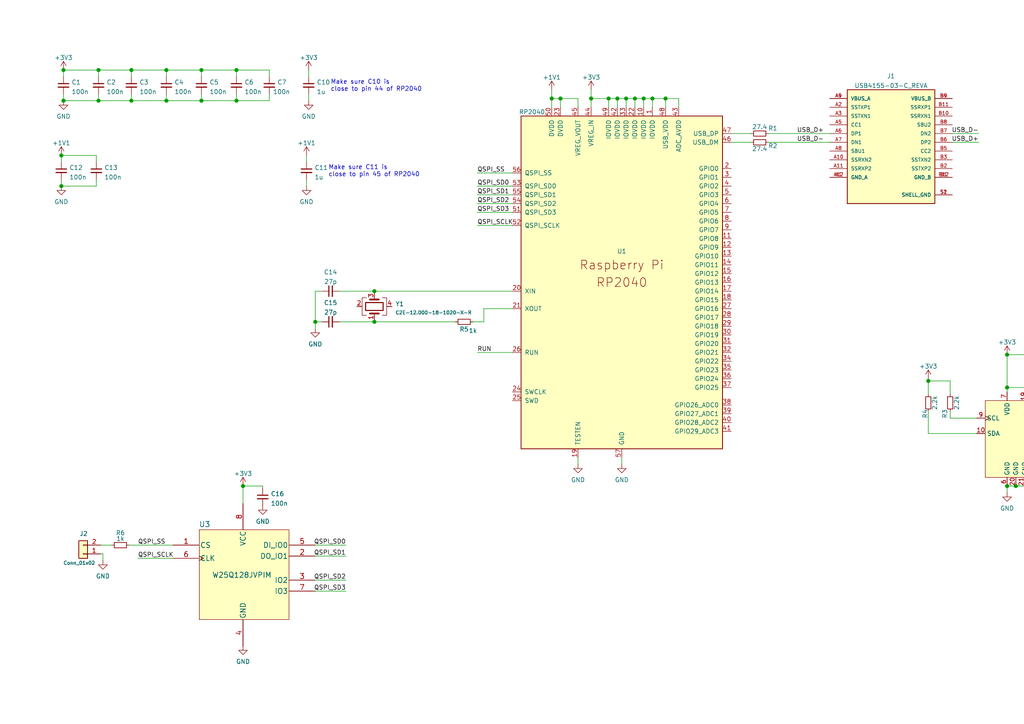
<source format=kicad_sch>
(kicad_sch (version 20210621) (generator eeschema)
  (paper "A4")
  (lib_symbols
    (symbol "Connector_Generic:Conn_01x02" (pin_names (offset 1.016) hide)
      (property "Reference" "J" (at 0 2.54 0))
      (property "Value" "Conn_01x02" (at 0 -5.08 0))
      (symbol "Conn_01x02_1_1"
        (rectangle (start -1.27 -2.413) (end 0 -2.667) (stroke (width 0.1524)))
        (rectangle (start -1.27 0.127) (end 0 -0.127) (stroke (width 0.1524)))
        (rectangle (start -1.27 1.27) (end 1.27 -3.81) (stroke (width 0.254)) (fill (type background)))
        (pin passive line (at -5.08 0 0) (length 3.81) (name "Pin_1") (number "1"))
        (pin passive line (at -5.08 -2.54 0) (length 3.81) (name "Pin_2") (number "2"))
      )
    )
    (symbol "Device:C_Small" (pin_numbers hide) (pin_names (offset 0.254) hide)
      (property "Reference" "C" (at 0.254 1.778 0))
      (property "Value" "C_Small" (at 0.254 -2.032 0))
      (symbol "C_Small_0_1"
        (polyline (pts (xy -1.524 -0.508) (xy 1.524 -0.508)) (stroke (width 0.3302)))
        (polyline (pts (xy -1.524 0.508) (xy 1.524 0.508)) (stroke (width 0.3048)))
      )
      (symbol "C_Small_1_1"
        (pin passive line (at 0 2.54 270) (length 2.032) (name "~") (number "1"))
        (pin passive line (at 0 -2.54 90) (length 2.032) (name "~") (number "2"))
      )
    )
    (symbol "Device:Crystal_GND24" (pin_names (offset 1.016) hide)
      (property "Reference" "Y" (at 3.175 5.08 0))
      (property "Value" "Crystal_GND24" (at 3.175 3.175 0))
      (symbol "Crystal_GND24_0_1"
        (rectangle (start -1.143 2.54) (end 1.143 -2.54) (stroke (width 0.3048)))
        (polyline (pts (xy -2.54 0) (xy -2.032 0)))
        (polyline (pts (xy -2.032 -1.27) (xy -2.032 1.27)) (stroke (width 0.508)))
        (polyline (pts (xy 0 -3.81) (xy 0 -3.556)))
        (polyline (pts (xy 0 3.556) (xy 0 3.81)))
        (polyline (pts (xy 2.032 -1.27) (xy 2.032 1.27)) (stroke (width 0.508)))
        (polyline (pts (xy 2.032 0) (xy 2.54 0)))
        (polyline (pts (xy -2.54 -2.286) (xy -2.54 -3.556) (xy 2.54 -3.556) (xy 2.54 -2.286)))
        (polyline (pts (xy -2.54 2.286) (xy -2.54 3.556) (xy 2.54 3.556) (xy 2.54 2.286)))
      )
      (symbol "Crystal_GND24_1_1"
        (pin passive line (at -3.81 0 0) (length 1.27) (name "1") (number "1"))
        (pin passive line (at 0 5.08 270) (length 1.27) (name "2") (number "2"))
        (pin passive line (at 3.81 0 180) (length 1.27) (name "3") (number "3"))
        (pin passive line (at 0 -5.08 90) (length 1.27) (name "4") (number "4"))
      )
    )
    (symbol "Device:R_Small" (pin_numbers hide) (pin_names (offset 0.254) hide)
      (property "Reference" "R" (at 0.762 0.508 0))
      (property "Value" "R_Small" (at 0.762 -1.016 0))
      (symbol "R_Small_0_1"
        (rectangle (start -0.762 1.778) (end 0.762 -1.778) (stroke (width 0.2032)))
      )
      (symbol "R_Small_1_1"
        (pin passive line (at 0 2.54 270) (length 0.762) (name "~") (number "1"))
        (pin passive line (at 0 -2.54 90) (length 0.762) (name "~") (number "2"))
      )
    )
    (symbol "MCU_RaspberryPi_and_Boards:RP2040" (pin_names (offset 1.016))
      (property "Reference" "U" (at -29.21 49.53 0))
      (property "Value" "RP2040" (at 24.13 -49.53 0))
      (symbol "RP2040_0_0"
        (text "Raspberry Pi" (at 0 5.08 0) (effects (font (size 2.54 2.54))))
        (text "RP2040" (at 0 0 0) (effects (font (size 2.54 2.54))))
      )
      (symbol "RP2040_0_1"
        (rectangle (start 29.21 48.26) (end -29.21 -48.26) (stroke (width 0.254)) (fill (type background)))
      )
      (symbol "RP2040_1_1"
        (pin power_in line (at 8.89 50.8 270) (length 2.54) (name "IOVDD") (number "1"))
        (pin power_in line (at 6.35 50.8 270) (length 2.54) (name "IOVDD") (number "10"))
        (pin bidirectional line (at 31.75 12.7 180) (length 2.54) (name "GPIO8") (number "11"))
        (pin bidirectional line (at 31.75 10.16 180) (length 2.54) (name "GPIO9") (number "12"))
        (pin bidirectional line (at 31.75 7.62 180) (length 2.54) (name "GPIO10") (number "13"))
        (pin bidirectional line (at 31.75 5.08 180) (length 2.54) (name "GPIO11") (number "14"))
        (pin bidirectional line (at 31.75 2.54 180) (length 2.54) (name "GPIO12") (number "15"))
        (pin bidirectional line (at 31.75 0 180) (length 2.54) (name "GPIO13") (number "16"))
        (pin bidirectional line (at 31.75 -2.54 180) (length 2.54) (name "GPIO14") (number "17"))
        (pin bidirectional line (at 31.75 -5.08 180) (length 2.54) (name "GPIO15") (number "18"))
        (pin passive line (at -12.7 -50.8 90) (length 2.54) (name "TESTEN") (number "19"))
        (pin bidirectional line (at 31.75 33.02 180) (length 2.54) (name "GPIO0") (number "2"))
        (pin input line (at -31.75 -2.54 0) (length 2.54) (name "XIN") (number "20"))
        (pin passive line (at -31.75 -7.62 0) (length 2.54) (name "XOUT") (number "21"))
        (pin power_in line (at 3.81 50.8 270) (length 2.54) (name "IOVDD") (number "22"))
        (pin power_in line (at -17.78 50.8 270) (length 2.54) (name "DVDD") (number "23"))
        (pin output line (at -31.75 -31.75 0) (length 2.54) (name "SWCLK") (number "24"))
        (pin bidirectional line (at -31.75 -34.29 0) (length 2.54) (name "SWD") (number "25"))
        (pin input line (at -31.75 -20.32 0) (length 2.54) (name "RUN") (number "26"))
        (pin bidirectional line (at 31.75 -7.62 180) (length 2.54) (name "GPIO16") (number "27"))
        (pin bidirectional line (at 31.75 -10.16 180) (length 2.54) (name "GPIO17") (number "28"))
        (pin bidirectional line (at 31.75 -12.7 180) (length 2.54) (name "GPIO18") (number "29"))
        (pin bidirectional line (at 31.75 30.48 180) (length 2.54) (name "GPIO1") (number "3"))
        (pin bidirectional line (at 31.75 -15.24 180) (length 2.54) (name "GPIO19") (number "30"))
        (pin bidirectional line (at 31.75 -17.78 180) (length 2.54) (name "GPIO20") (number "31"))
        (pin bidirectional line (at 31.75 -20.32 180) (length 2.54) (name "GPIO21") (number "32"))
        (pin power_in line (at 1.27 50.8 270) (length 2.54) (name "IOVDD") (number "33"))
        (pin bidirectional line (at 31.75 -22.86 180) (length 2.54) (name "GPIO22") (number "34"))
        (pin bidirectional line (at 31.75 -25.4 180) (length 2.54) (name "GPIO23") (number "35"))
        (pin bidirectional line (at 31.75 -27.94 180) (length 2.54) (name "GPIO24") (number "36"))
        (pin bidirectional line (at 31.75 -30.48 180) (length 2.54) (name "GPIO25") (number "37"))
        (pin bidirectional line (at 31.75 -35.56 180) (length 2.54) (name "GPIO26_ADC0") (number "38"))
        (pin bidirectional line (at 31.75 -38.1 180) (length 2.54) (name "GPIO27_ADC1") (number "39"))
        (pin bidirectional line (at 31.75 27.94 180) (length 2.54) (name "GPIO2") (number "4"))
        (pin bidirectional line (at 31.75 -40.64 180) (length 2.54) (name "GPIO28_ADC2") (number "40"))
        (pin bidirectional line (at 31.75 -43.18 180) (length 2.54) (name "GPIO29_ADC3") (number "41"))
        (pin power_in line (at -1.27 50.8 270) (length 2.54) (name "IOVDD") (number "42"))
        (pin power_in line (at 16.51 50.8 270) (length 2.54) (name "ADC_AVDD") (number "43"))
        (pin power_in line (at -8.89 50.8 270) (length 2.54) (name "VREG_IN") (number "44"))
        (pin power_out line (at -12.7 50.8 270) (length 2.54) (name "VREG_VOUT") (number "45"))
        (pin bidirectional line (at 31.75 40.64 180) (length 2.54) (name "USB_DM") (number "46"))
        (pin bidirectional line (at 31.75 43.18 180) (length 2.54) (name "USB_DP") (number "47"))
        (pin power_in line (at 12.7 50.8 270) (length 2.54) (name "USB_VDD") (number "48"))
        (pin power_in line (at -3.81 50.8 270) (length 2.54) (name "IOVDD") (number "49"))
        (pin bidirectional line (at 31.75 25.4 180) (length 2.54) (name "GPIO3") (number "5"))
        (pin power_in line (at -20.32 50.8 270) (length 2.54) (name "DVDD") (number "50"))
        (pin bidirectional line (at -31.75 20.32 0) (length 2.54) (name "QSPI_SD3") (number "51"))
        (pin output line (at -31.75 16.51 0) (length 2.54) (name "QSPI_SCLK") (number "52"))
        (pin bidirectional line (at -31.75 27.94 0) (length 2.54) (name "QSPI_SD0") (number "53"))
        (pin bidirectional line (at -31.75 22.86 0) (length 2.54) (name "QSPI_SD2") (number "54"))
        (pin bidirectional line (at -31.75 25.4 0) (length 2.54) (name "QSPI_SD1") (number "55"))
        (pin bidirectional line (at -31.75 31.75 0) (length 2.54) (name "QSPI_SS") (number "56"))
        (pin power_in line (at 0 -50.8 90) (length 2.54) (name "GND") (number "57"))
        (pin bidirectional line (at 31.75 22.86 180) (length 2.54) (name "GPIO4") (number "6"))
        (pin bidirectional line (at 31.75 20.32 180) (length 2.54) (name "GPIO5") (number "7"))
        (pin bidirectional line (at 31.75 17.78 180) (length 2.54) (name "GPIO6") (number "8"))
        (pin bidirectional line (at 31.75 15.24 180) (length 2.54) (name "GPIO7") (number "9"))
      )
    )
    (symbol "SCD4x:SCD4x"
      (property "Reference" "U" (at 0 2.54 0))
      (property "Value" "SCD4x" (at 0 -0.635 0))
      (symbol "SCD4x_0_1"
        (rectangle (start 8.89 -10.16) (end 8.89 -10.16) (stroke (width 0.1524)))
        (rectangle (start -8.89 12.065) (end 8.89 -10.16) (stroke (width 0.1524)) (fill (type background)))
      )
      (symbol "SCD4x_1_1"
        (pin bidirectional line (at -11.43 2.54 0) (length 2.54) (name "SDA") (number "10"))
        (pin power_in line (at 3.175 14.605 270) (length 2.54) (name "VDDH") (number "19"))
        (pin power_in line (at 0 -12.7 90) (length 2.54) (name "GND") (number "20"))
        (pin power_in line (at 2.54 -12.7 90) (length 2.54) (name "GND") (number "21"))
        (pin power_in line (at -2.54 -12.7 90) (length 2.54) (name "GND") (number "6"))
        (pin power_in line (at -2.54 14.605 270) (length 2.54) (name "VDD") (number "7"))
        (pin input clock (at -11.43 6.985 0) (length 2.54) (name "SCL") (number "9"))
      )
    )
    (symbol "USB4155-03-C_REVA:USB4155-03-C_REVA" (pin_names (offset 1.016))
      (property "Reference" "J" (at -12.7 16.002 0))
      (property "Value" "USB4155-03-C_REVA" (at -12.7 -18.542 0))
      (symbol "USB4155-03-C_REVA_0_0"
        (rectangle (start -12.7 -17.78) (end 12.7 15.24) (stroke (width 0.254)) (fill (type background)))
        (pin power_in line (at -17.78 -10.16 0) (length 5.08) (name "GND_A") (number "A1"))
        (pin bidirectional line (at -17.78 -5.08 0) (length 5.08) (name "SSRXN2") (number "A10"))
        (pin bidirectional line (at -17.78 -7.62 0) (length 5.08) (name "SSRXP2") (number "A11"))
        (pin power_in line (at -17.78 -10.16 0) (length 5.08) (name "GND_A") (number "A12"))
        (pin bidirectional line (at -17.78 10.16 0) (length 5.08) (name "SSTXP1") (number "A2"))
        (pin bidirectional line (at -17.78 7.62 0) (length 5.08) (name "SSTXN1") (number "A3"))
        (pin power_in line (at -17.78 12.7 0) (length 5.08) (name "VBUS_A") (number "A4"))
        (pin bidirectional line (at -17.78 5.08 0) (length 5.08) (name "CC1") (number "A5"))
        (pin bidirectional line (at -17.78 2.54 0) (length 5.08) (name "DP1") (number "A6"))
        (pin bidirectional line (at -17.78 0 0) (length 5.08) (name "DN1") (number "A7"))
        (pin bidirectional line (at -17.78 -2.54 0) (length 5.08) (name "SBU1") (number "A8"))
        (pin power_in line (at -17.78 12.7 0) (length 5.08) (name "VBUS_A") (number "A9"))
        (pin power_in line (at 17.78 -10.16 180) (length 5.08) (name "GND_B") (number "B1"))
        (pin bidirectional line (at 17.78 7.62 180) (length 5.08) (name "SSRXN1") (number "B10"))
        (pin bidirectional line (at 17.78 10.16 180) (length 5.08) (name "SSRXP1") (number "B11"))
        (pin power_in line (at 17.78 -10.16 180) (length 5.08) (name "GND_B") (number "B12"))
        (pin bidirectional line (at 17.78 -7.62 180) (length 5.08) (name "SSTXP2") (number "B2"))
        (pin bidirectional line (at 17.78 -5.08 180) (length 5.08) (name "SSTXN2") (number "B3"))
        (pin power_in line (at 17.78 12.7 180) (length 5.08) (name "VBUS_B") (number "B4"))
        (pin bidirectional line (at 17.78 -2.54 180) (length 5.08) (name "CC2") (number "B5"))
        (pin bidirectional line (at 17.78 0 180) (length 5.08) (name "DP2") (number "B6"))
        (pin bidirectional line (at 17.78 2.54 180) (length 5.08) (name "DN2") (number "B7"))
        (pin bidirectional line (at 17.78 5.08 180) (length 5.08) (name "SBU2") (number "B8"))
        (pin power_in line (at 17.78 12.7 180) (length 5.08) (name "VBUS_B") (number "B9"))
        (pin power_in line (at 17.78 -15.24 180) (length 5.08) (name "SHELL_GND") (number "S1"))
        (pin power_in line (at 17.78 -15.24 180) (length 5.08) (name "SHELL_GND") (number "S2"))
      )
    )
    (symbol "W25Q128:W25Q128JVPIM" (pin_names (offset 0.254))
      (property "Reference" "U" (at -17.78 22.86 0))
      (property "Value" "W25Q128JVPIM" (at -17.78 20.32 0))
      (symbol "W25Q128JVPIM_1_1"
        (rectangle (start -12.7 12.7) (end 13.335 -13.335) (stroke (width 0.1524)) (fill (type background)))
        (pin input line (at -20.32 8.255 0) (length 7.62) (name "CS") (number "1"))
        (pin bidirectional line (at 20.955 5.08 180) (length 7.62) (name "DO_IO1") (number "2"))
        (pin bidirectional line (at 20.955 -1.905 180) (length 7.62) (name "IO2") (number "3"))
        (pin power_in line (at 0 -20.955 90) (length 7.62) (name "GND") (number "4"))
        (pin bidirectional line (at 20.955 8.255 180) (length 7.62) (name "DI_IO0") (number "5"))
        (pin input clock (at -20.32 4.445 0) (length 7.62) (name "CLK") (number "6"))
        (pin bidirectional line (at 20.955 -5.08 180) (length 7.62) (name "IO3") (number "7"))
        (pin power_in line (at 0 20.32 270) (length 7.62) (name "VCC") (number "8"))
      )
    )
    (symbol "power:+1V1" (power) (pin_names (offset 0))
      (property "Value" "+1V1" (at 0 3.556 0))
      (symbol "+1V1_0_1"
        (polyline (pts (xy -0.762 1.27) (xy 0 2.54)))
        (polyline (pts (xy 0 0) (xy 0 2.54)))
        (polyline (pts (xy 0 2.54) (xy 0.762 1.27)))
      )
      (symbol "+1V1_1_1"
        (pin power_in line (at 0 0 90) (length 0) hide (name "+1V1") (number "1"))
      )
    )
    (symbol "power:+3V3" (power) (pin_names (offset 0))
      (property "Value" "+3V3" (at 0 3.556 0))
      (symbol "+3V3_0_1"
        (polyline (pts (xy -0.762 1.27) (xy 0 2.54)))
        (polyline (pts (xy 0 0) (xy 0 2.54)))
        (polyline (pts (xy 0 2.54) (xy 0.762 1.27)))
      )
      (symbol "+3V3_1_1"
        (pin power_in line (at 0 0 90) (length 0) hide (name "+3V3") (number "1"))
      )
    )
    (symbol "power:GND" (power) (pin_names (offset 0))
      (property "Value" "GND" (at 0 -3.81 0))
      (symbol "GND_0_1"
        (polyline (pts (xy 0 0) (xy 0 -1.27) (xy 1.27 -1.27) (xy 0 -2.54) (xy -1.27 -1.27) (xy 0 -1.27)))
      )
      (symbol "GND_1_1"
        (pin power_in line (at 0 0 270) (length 0) hide (name "GND") (number "1"))
      )
    )
  )
  (junction (at 17.78 45.085) (diameter 1.016))
  (junction (at 17.78 53.975) (diameter 1.016))
  (junction (at 18.415 20.32) (diameter 1.016))
  (junction (at 18.415 29.21) (diameter 1.016))
  (junction (at 28.575 20.32) (diameter 1.016))
  (junction (at 28.575 29.21) (diameter 1.016))
  (junction (at 38.1 20.32) (diameter 1.016))
  (junction (at 38.1 29.21) (diameter 1.016))
  (junction (at 48.26 20.32) (diameter 1.016))
  (junction (at 48.26 29.21) (diameter 1.016))
  (junction (at 58.42 20.32) (diameter 1.016))
  (junction (at 58.42 29.21) (diameter 1.016))
  (junction (at 68.58 20.32) (diameter 1.016))
  (junction (at 68.58 29.21) (diameter 1.016))
  (junction (at 70.485 140.97) (diameter 1.016))
  (junction (at 91.44 93.345) (diameter 1.016))
  (junction (at 108.585 84.455) (diameter 1.016))
  (junction (at 108.585 93.345) (diameter 1.016))
  (junction (at 160.02 28.575) (diameter 1.016))
  (junction (at 162.56 28.575) (diameter 1.016))
  (junction (at 171.45 28.575) (diameter 1.016))
  (junction (at 176.53 28.575) (diameter 1.016))
  (junction (at 179.07 28.575) (diameter 1.016))
  (junction (at 181.61 28.575) (diameter 1.016))
  (junction (at 184.15 28.575) (diameter 1.016))
  (junction (at 186.69 28.575) (diameter 1.016))
  (junction (at 189.23 28.575) (diameter 1.016))
  (junction (at 193.04 28.575) (diameter 1.016))
  (junction (at 269.24 110.49) (diameter 1.016))
  (junction (at 292.1 102.87) (diameter 1.016))
  (junction (at 292.1 112.395) (diameter 1.016))
  (junction (at 292.1 140.97) (diameter 1.016))
  (junction (at 294.64 140.97) (diameter 1.016))
  (junction (at 301.625 102.87) (diameter 1.016))
  (junction (at 301.625 107.95) (diameter 1.016))
  (wire (pts (xy 17.78 45.085) (xy 27.94 45.085)))
  (wire (pts (xy 17.78 46.99) (xy 17.78 45.085)))
  (wire (pts (xy 17.78 52.07) (xy 17.78 53.975)))
  (wire (pts (xy 17.78 53.975) (xy 27.94 53.975)))
  (wire (pts (xy 18.415 20.32) (xy 28.575 20.32)))
  (wire (pts (xy 18.415 22.225) (xy 18.415 20.32)))
  (wire (pts (xy 18.415 27.305) (xy 18.415 29.21)))
  (wire (pts (xy 18.415 29.21) (xy 28.575 29.21)))
  (wire (pts (xy 27.94 45.085) (xy 27.94 46.99)))
  (wire (pts (xy 27.94 53.975) (xy 27.94 52.07)))
  (wire (pts (xy 28.575 20.32) (xy 28.575 22.225)))
  (wire (pts (xy 28.575 20.32) (xy 38.1 20.32)))
  (wire (pts (xy 28.575 29.21) (xy 28.575 27.305)))
  (wire (pts (xy 28.575 29.21) (xy 38.1 29.21)))
  (wire (pts (xy 29.21 158.115) (xy 32.385 158.115)))
  (wire (pts (xy 29.21 160.655) (xy 29.845 160.655)))
  (wire (pts (xy 29.845 162.56) (xy 29.845 160.655)))
  (wire (pts (xy 37.465 158.115) (xy 50.165 158.115)))
  (wire (pts (xy 38.1 20.32) (xy 48.26 20.32)))
  (wire (pts (xy 38.1 22.225) (xy 38.1 20.32)))
  (wire (pts (xy 38.1 27.305) (xy 38.1 29.21)))
  (wire (pts (xy 38.1 29.21) (xy 48.26 29.21)))
  (wire (pts (xy 48.26 20.32) (xy 48.26 22.225)))
  (wire (pts (xy 48.26 20.32) (xy 58.42 20.32)))
  (wire (pts (xy 48.26 29.21) (xy 48.26 27.305)))
  (wire (pts (xy 48.26 29.21) (xy 58.42 29.21)))
  (wire (pts (xy 50.165 161.925) (xy 40.005 161.925)))
  (wire (pts (xy 58.42 20.32) (xy 68.58 20.32)))
  (wire (pts (xy 58.42 22.225) (xy 58.42 20.32)))
  (wire (pts (xy 58.42 27.305) (xy 58.42 29.21)))
  (wire (pts (xy 58.42 29.21) (xy 68.58 29.21)))
  (wire (pts (xy 68.58 20.32) (xy 68.58 22.225)))
  (wire (pts (xy 68.58 20.32) (xy 78.105 20.32)))
  (wire (pts (xy 68.58 29.21) (xy 68.58 27.305)))
  (wire (pts (xy 68.58 29.21) (xy 78.105 29.21)))
  (wire (pts (xy 70.485 140.97) (xy 70.485 146.05)))
  (wire (pts (xy 76.2 140.97) (xy 70.485 140.97)))
  (wire (pts (xy 76.2 141.605) (xy 76.2 140.97)))
  (wire (pts (xy 78.105 22.225) (xy 78.105 20.32)))
  (wire (pts (xy 78.105 27.305) (xy 78.105 29.21)))
  (wire (pts (xy 88.9 46.99) (xy 88.9 45.085)))
  (wire (pts (xy 88.9 52.07) (xy 88.9 53.975)))
  (wire (pts (xy 89.535 22.225) (xy 89.535 20.32)))
  (wire (pts (xy 89.535 27.305) (xy 89.535 29.21)))
  (wire (pts (xy 91.44 84.455) (xy 91.44 93.345)))
  (wire (pts (xy 91.44 93.345) (xy 91.44 95.25)))
  (wire (pts (xy 91.44 93.345) (xy 93.345 93.345)))
  (wire (pts (xy 91.44 158.115) (xy 100.33 158.115)))
  (wire (pts (xy 91.44 161.29) (xy 100.33 161.29)))
  (wire (pts (xy 91.44 168.275) (xy 100.33 168.275)))
  (wire (pts (xy 91.44 171.45) (xy 100.33 171.45)))
  (wire (pts (xy 93.345 84.455) (xy 91.44 84.455)))
  (wire (pts (xy 98.425 84.455) (xy 108.585 84.455)))
  (wire (pts (xy 98.425 93.345) (xy 108.585 93.345)))
  (wire (pts (xy 108.585 84.455) (xy 108.585 85.09)))
  (wire (pts (xy 108.585 84.455) (xy 148.59 84.455)))
  (wire (pts (xy 108.585 92.71) (xy 108.585 93.345)))
  (wire (pts (xy 108.585 93.345) (xy 132.08 93.345)))
  (wire (pts (xy 137.16 93.345) (xy 140.335 93.345)))
  (wire (pts (xy 138.43 53.975) (xy 148.59 53.975)))
  (wire (pts (xy 138.43 56.515) (xy 148.59 56.515)))
  (wire (pts (xy 138.43 59.055) (xy 148.59 59.055)))
  (wire (pts (xy 138.43 61.595) (xy 148.59 61.595)))
  (wire (pts (xy 140.335 89.535) (xy 148.59 89.535)))
  (wire (pts (xy 140.335 93.345) (xy 140.335 89.535)))
  (wire (pts (xy 148.59 50.165) (xy 138.43 50.165)))
  (wire (pts (xy 148.59 65.405) (xy 138.43 65.405)))
  (wire (pts (xy 148.59 102.235) (xy 138.43 102.235)))
  (wire (pts (xy 160.02 26.035) (xy 160.02 28.575)))
  (wire (pts (xy 160.02 28.575) (xy 160.02 31.115)))
  (wire (pts (xy 162.56 28.575) (xy 160.02 28.575)))
  (wire (pts (xy 162.56 28.575) (xy 162.56 31.115)))
  (wire (pts (xy 167.64 28.575) (xy 162.56 28.575)))
  (wire (pts (xy 167.64 31.115) (xy 167.64 28.575)))
  (wire (pts (xy 167.64 132.715) (xy 167.64 134.62)))
  (wire (pts (xy 171.45 26.035) (xy 171.45 28.575)))
  (wire (pts (xy 171.45 28.575) (xy 176.53 28.575)))
  (wire (pts (xy 171.45 31.115) (xy 171.45 28.575)))
  (wire (pts (xy 176.53 28.575) (xy 176.53 31.115)))
  (wire (pts (xy 176.53 28.575) (xy 179.07 28.575)))
  (wire (pts (xy 179.07 28.575) (xy 179.07 31.115)))
  (wire (pts (xy 179.07 28.575) (xy 181.61 28.575)))
  (wire (pts (xy 180.34 132.715) (xy 180.34 134.62)))
  (wire (pts (xy 181.61 28.575) (xy 181.61 31.115)))
  (wire (pts (xy 181.61 28.575) (xy 184.15 28.575)))
  (wire (pts (xy 184.15 28.575) (xy 184.15 31.115)))
  (wire (pts (xy 184.15 28.575) (xy 186.69 28.575)))
  (wire (pts (xy 186.69 28.575) (xy 186.69 31.115)))
  (wire (pts (xy 186.69 28.575) (xy 189.23 28.575)))
  (wire (pts (xy 189.23 28.575) (xy 189.23 31.115)))
  (wire (pts (xy 189.23 28.575) (xy 193.04 28.575)))
  (wire (pts (xy 193.04 28.575) (xy 193.04 31.115)))
  (wire (pts (xy 193.04 28.575) (xy 196.85 28.575)))
  (wire (pts (xy 196.85 28.575) (xy 196.85 31.115)))
  (wire (pts (xy 212.09 38.735) (xy 217.805 38.735)))
  (wire (pts (xy 212.09 41.275) (xy 217.805 41.275)))
  (wire (pts (xy 222.885 38.735) (xy 240.665 38.735)))
  (wire (pts (xy 222.885 41.275) (xy 240.665 41.275)))
  (wire (pts (xy 269.24 110.49) (xy 269.24 109.855)))
  (wire (pts (xy 269.24 110.49) (xy 269.24 114.3)))
  (wire (pts (xy 269.24 119.38) (xy 269.24 125.73)))
  (wire (pts (xy 269.24 125.73) (xy 283.21 125.73)))
  (wire (pts (xy 275.59 110.49) (xy 269.24 110.49)))
  (wire (pts (xy 275.59 110.49) (xy 275.59 114.3)))
  (wire (pts (xy 275.59 119.38) (xy 275.59 121.285)))
  (wire (pts (xy 276.225 38.735) (xy 283.845 38.735)))
  (wire (pts (xy 276.225 41.275) (xy 283.845 41.275)))
  (wire (pts (xy 283.21 121.285) (xy 275.59 121.285)))
  (wire (pts (xy 292.1 102.87) (xy 292.1 112.395)))
  (wire (pts (xy 292.1 102.87) (xy 301.625 102.87)))
  (wire (pts (xy 292.1 112.395) (xy 292.1 113.665)))
  (wire (pts (xy 292.1 112.395) (xy 297.815 112.395)))
  (wire (pts (xy 292.1 140.97) (xy 292.1 142.875)))
  (wire (pts (xy 292.1 140.97) (xy 294.64 140.97)))
  (wire (pts (xy 294.64 140.97) (xy 297.18 140.97)))
  (wire (pts (xy 297.815 113.665) (xy 297.815 112.395)))
  (wire (pts (xy 301.625 102.87) (xy 312.42 102.87)))
  (wire (pts (xy 301.625 107.95) (xy 301.625 109.22)))
  (wire (pts (xy 301.625 107.95) (xy 312.42 107.95)))
  (text "Make sure C11 is \nclose to pin 45 of RP2040" (at 95.25 51.435 0) (effects (font (size 1.27 1.27)) (justify left bottom)))
  (text "Make sure C10 is \nclose to pin 44 of RP2040" (at 95.885 26.67 0) (effects (font (size 1.27 1.27)) (justify left bottom)))
  (label "QSPI_SS" (at 40.005 158.115 0))
  (label "QSPI_SCLK" (at 40.005 161.925 0))
  (label "QSPI_SD0" (at 100.33 158.115 180))
  (label "QSPI_SD1" (at 100.33 161.29 180))
  (label "QSPI_SD2" (at 100.33 168.275 180))
  (label "QSPI_SD3" (at 100.33 171.45 180))
  (label "QSPI_SS" (at 138.43 50.165 0))
  (label "QSPI_SD0" (at 138.43 53.975 0))
  (label "QSPI_SD1" (at 138.43 56.515 0))
  (label "QSPI_SD2" (at 138.43 59.055 0))
  (label "QSPI_SD3" (at 138.43 61.595 0))
  (label "QSPI_SCLK" (at 138.43 65.405 0))
  (label "RUN" (at 138.43 102.235 0))
  (label "USB_D+" (at 231.14 38.735 0))
  (label "USB_D-" (at 231.14 41.275 0))
  (label "USB_D-" (at 283.845 38.735 180))
  (label "USB_D+" (at 283.845 41.275 180))
  (symbol (lib_id "power:+1V1") (at 17.78 45.085 0) (unit 1)
    (property "Reference" "#PWR0112" (effects hide))
    (property "Value" "+1V1" (at 17.78 41.4804 0))
  )
  (symbol (lib_id "power:+3V3") (at 18.415 20.32 0) (unit 1)
    (property "Reference" "#PWR0102" (effects hide))
    (property "Value" "+3V3" (at 18.415 16.7154 0))
  )
  (symbol (lib_id "power:+3V3") (at 70.485 140.97 0) (unit 1)
    (property "Reference" "#PWR0117" (effects hide))
    (property "Value" "+3V3" (at 70.485 137.3654 0))
  )
  (symbol (lib_id "power:+1V1") (at 88.9 45.085 0) (unit 1)
    (property "Reference" "#PWR0108" (effects hide))
    (property "Value" "+1V1" (at 88.9 41.4804 0))
  )
  (symbol (lib_id "power:+3V3") (at 89.535 20.32 0) (unit 1)
    (property "Reference" "#PWR0111" (effects hide))
    (property "Value" "+3V3" (at 89.535 16.7154 0))
  )
  (symbol (lib_id "power:+1V1") (at 160.02 26.035 0) (unit 1)
    (property "Reference" "#PWR0115" (effects hide))
    (property "Value" "+1V1" (at 160.02 22.4304 0))
  )
  (symbol (lib_id "power:+3V3") (at 171.45 26.035 0) (unit 1)
    (property "Reference" "#PWR0114" (effects hide))
    (property "Value" "+3V3" (at 171.45 22.4304 0))
  )
  (symbol (lib_id "power:+3V3") (at 269.24 109.855 0) (unit 1)
    (property "Reference" "#PWR0106" (effects hide))
    (property "Value" "+3V3" (at 269.24 106.2504 0))
  )
  (symbol (lib_id "power:+3V3") (at 292.1 102.87 0) (unit 1)
    (property "Reference" "#PWR0103" (effects hide))
    (property "Value" "+3V3" (at 292.1 99.2654 0))
  )
  (symbol (lib_id "power:GND") (at 17.78 53.975 0) (unit 1)
    (property "Reference" "#PWR0110" (effects hide))
    (property "Value" "GND" (at 17.78 58.5376 0))
  )
  (symbol (lib_id "power:GND") (at 18.415 29.21 0) (unit 1)
    (property "Reference" "#PWR0101" (effects hide))
    (property "Value" "GND" (at 18.415 33.7726 0))
  )
  (symbol (lib_id "power:GND") (at 29.845 162.56 0) (unit 1)
    (property "Reference" "#PWR0121" (effects hide))
    (property "Value" "GND" (at 29.845 167.1226 0))
  )
  (symbol (lib_id "power:GND") (at 70.485 187.325 0) (unit 1)
    (property "Reference" "#PWR0118" (effects hide))
    (property "Value" "GND" (at 70.485 191.8876 0))
  )
  (symbol (lib_id "power:GND") (at 76.2 146.685 0) (unit 1)
    (property "Reference" "#PWR0119" (effects hide))
    (property "Value" "GND" (at 76.2 151.2476 0))
  )
  (symbol (lib_id "power:GND") (at 88.9 53.975 0) (unit 1)
    (property "Reference" "#PWR0109" (effects hide))
    (property "Value" "GND" (at 88.9 58.5376 0))
  )
  (symbol (lib_id "power:GND") (at 89.535 29.21 0) (unit 1)
    (property "Reference" "#PWR0107" (effects hide))
    (property "Value" "GND" (at 89.535 33.7726 0))
  )
  (symbol (lib_id "power:GND") (at 91.44 95.25 0) (unit 1)
    (property "Reference" "#PWR0116" (effects hide))
    (property "Value" "GND" (at 91.44 99.8126 0))
  )
  (symbol (lib_id "power:GND") (at 167.64 134.62 0) (unit 1)
    (property "Reference" "#PWR0120" (effects hide))
    (property "Value" "GND" (at 167.64 139.1826 0))
  )
  (symbol (lib_id "power:GND") (at 180.34 134.62 0) (unit 1)
    (property "Reference" "#PWR0113" (effects hide))
    (property "Value" "GND" (at 180.34 139.1826 0))
  )
  (symbol (lib_id "power:GND") (at 292.1 142.875 0) (unit 1)
    (property "Reference" "#PWR0105" (effects hide))
    (property "Value" "GND" (at 292.1 147.4376 0))
  )
  (symbol (lib_id "power:GND") (at 301.625 109.22 0) (unit 1)
    (property "Reference" "#PWR0104" (effects hide))
    (property "Value" "GND" (at 301.625 113.7826 0))
  )
  (symbol (lib_id "Device:R_Small") (at 34.925 158.115 90) (unit 1)
    (property "Reference" "R6" (at 34.925 154.5632 90))
    (property "Value" "1k" (at 34.925 156.2331 90))
    (property "Footprint" "Resistor_SMD:R_0402_1005Metric" (effects hide))
  )
  (symbol (lib_id "Device:R_Small") (at 134.62 93.345 90) (unit 1)
    (property "Reference" "R5" (at 134.62 95.5082 90))
    (property "Value" "1k" (at 137.16 95.9081 90))
    (property "Footprint" "Resistor_SMD:R_0402_1005Metric" (effects hide))
  )
  (symbol (lib_id "Device:R_Small") (at 220.345 38.735 270) (unit 1)
    (property "Reference" "R1" (at 224.155 37.2068 90))
    (property "Value" "27.4" (at 220.345 36.8069 90))
    (property "Footprint" "Resistor_SMD:R_0402_1005Metric" (effects hide))
  )
  (symbol (lib_id "Device:R_Small") (at 220.345 41.275 90) (unit 1)
    (property "Reference" "R2" (at 224.155 42.2868 90))
    (property "Value" "27.4" (at 220.345 43.1569 90))
    (property "Footprint" "Resistor_SMD:R_0402_1005Metric" (effects hide))
  )
  (symbol (lib_id "Device:R_Small") (at 269.24 116.84 0) (unit 1)
    (property "Reference" "R4" (at 268.3468 120.015 90))
    (property "Value" "2.2k" (at 271.1219 116.84 90))
    (property "Footprint" "Resistor_SMD:R_0402_1005Metric" (effects hide))
  )
  (symbol (lib_id "Device:R_Small") (at 275.59 116.84 0) (unit 1)
    (property "Reference" "R3" (at 274.0618 120.015 90))
    (property "Value" "2.2k" (at 277.4719 116.84 90))
    (property "Footprint" "Resistor_SMD:R_0402_1005Metric" (effects hide))
  )
  (symbol (lib_id "Device:C_Small") (at 17.78 49.53 0) (unit 1)
    (property "Reference" "C12" (at 20.1042 48.6215 0) (effects (justify left)))
    (property "Value" "100n" (at 20.1042 51.3966 0) (effects (justify left)))
    (property "Footprint" "Capacitor_SMD:C_0402_1005Metric" (effects hide))
  )
  (symbol (lib_id "Device:C_Small") (at 18.415 24.765 0) (unit 1)
    (property "Reference" "C1" (at 20.7392 23.8565 0) (effects (justify left)))
    (property "Value" "100n" (at 20.7392 26.6316 0) (effects (justify left)))
    (property "Footprint" "Capacitor_SMD:C_0402_1005Metric" (effects hide))
  )
  (symbol (lib_id "Device:C_Small") (at 27.94 49.53 0) (unit 1)
    (property "Reference" "C13" (at 30.2642 48.6215 0) (effects (justify left)))
    (property "Value" "100n" (at 30.2642 51.3966 0) (effects (justify left)))
    (property "Footprint" "Capacitor_SMD:C_0402_1005Metric" (effects hide))
  )
  (symbol (lib_id "Device:C_Small") (at 28.575 24.765 0) (unit 1)
    (property "Reference" "C2" (at 30.8992 23.8565 0) (effects (justify left)))
    (property "Value" "100n" (at 30.8992 26.6316 0) (effects (justify left)))
    (property "Footprint" "Capacitor_SMD:C_0402_1005Metric" (effects hide))
  )
  (symbol (lib_id "Device:C_Small") (at 38.1 24.765 0) (unit 1)
    (property "Reference" "C3" (at 40.4242 23.8565 0) (effects (justify left)))
    (property "Value" "100n" (at 40.4242 26.6316 0) (effects (justify left)))
    (property "Footprint" "Capacitor_SMD:C_0402_1005Metric" (effects hide))
  )
  (symbol (lib_id "Device:C_Small") (at 48.26 24.765 0) (unit 1)
    (property "Reference" "C4" (at 50.5842 23.8565 0) (effects (justify left)))
    (property "Value" "100n" (at 50.5842 26.6316 0) (effects (justify left)))
    (property "Footprint" "Capacitor_SMD:C_0402_1005Metric" (effects hide))
  )
  (symbol (lib_id "Device:C_Small") (at 58.42 24.765 0) (unit 1)
    (property "Reference" "C5" (at 60.7442 23.8565 0) (effects (justify left)))
    (property "Value" "100n" (at 60.7442 26.6316 0) (effects (justify left)))
    (property "Footprint" "Capacitor_SMD:C_0402_1005Metric" (effects hide))
  )
  (symbol (lib_id "Device:C_Small") (at 68.58 24.765 0) (unit 1)
    (property "Reference" "C6" (at 70.9042 23.8565 0) (effects (justify left)))
    (property "Value" "100n" (at 70.9042 26.6316 0) (effects (justify left)))
    (property "Footprint" "Capacitor_SMD:C_0402_1005Metric" (effects hide))
  )
  (symbol (lib_id "Device:C_Small") (at 76.2 144.145 0) (unit 1)
    (property "Reference" "C16" (at 78.5242 143.2365 0) (effects (justify left)))
    (property "Value" "100n" (at 78.5242 146.0116 0) (effects (justify left)))
    (property "Footprint" "Capacitor_SMD:C_0402_1005Metric" (effects hide))
  )
  (symbol (lib_id "Device:C_Small") (at 78.105 24.765 0) (unit 1)
    (property "Reference" "C7" (at 80.4292 23.8565 0) (effects (justify left)))
    (property "Value" "100n" (at 79.1592 26.6316 0) (effects (justify left)))
    (property "Footprint" "Capacitor_SMD:C_0402_1005Metric" (effects hide))
  )
  (symbol (lib_id "Device:C_Small") (at 88.9 49.53 0) (unit 1)
    (property "Reference" "C11" (at 91.2242 48.6215 0) (effects (justify left)))
    (property "Value" "1u" (at 91.2242 51.3966 0) (effects (justify left)))
    (property "Footprint" "Capacitor_SMD:C_0402_1005Metric" (effects hide))
  )
  (symbol (lib_id "Device:C_Small") (at 89.535 24.765 0) (unit 1)
    (property "Reference" "C10" (at 91.8592 23.8565 0) (effects (justify left)))
    (property "Value" "1u" (at 91.8592 26.6316 0) (effects (justify left)))
    (property "Footprint" "Capacitor_SMD:C_0402_1005Metric" (effects hide))
  )
  (symbol (lib_id "Device:C_Small") (at 95.885 84.455 90) (unit 1)
    (property "Reference" "C14" (at 95.885 78.9263 90))
    (property "Value" "27p" (at 95.885 81.7014 90))
    (property "Footprint" "Capacitor_SMD:C_0402_1005Metric" (effects hide))
  )
  (symbol (lib_id "Device:C_Small") (at 95.885 93.345 90) (unit 1)
    (property "Reference" "C15" (at 95.885 87.8163 90))
    (property "Value" "27p" (at 95.885 90.5914 90))
    (property "Footprint" "Capacitor_SMD:C_0402_1005Metric" (effects hide))
  )
  (symbol (lib_id "Device:C_Small") (at 301.625 105.41 0) (unit 1)
    (property "Reference" "C8" (at 303.9492 104.5015 0) (effects (justify left)))
    (property "Value" "4.7u" (at 303.9492 107.2766 0) (effects (justify left)))
    (property "Footprint" "Capacitor_SMD:C_0402_1005Metric" (effects hide))
  )
  (symbol (lib_id "Device:C_Small") (at 312.42 105.41 0) (unit 1)
    (property "Reference" "C9" (at 314.7442 104.5015 0) (effects (justify left)))
    (property "Value" "100n" (at 314.7442 107.2766 0) (effects (justify left)))
    (property "Footprint" "Capacitor_SMD:C_0402_1005Metric" (effects hide))
  )
  (symbol (lib_id "Connector_Generic:Conn_01x02") (at 24.13 160.655 180) (unit 1)
    (property "Reference" "J2" (at 24.257 154.7834 0))
    (property "Value" "Conn_01x02" (at 22.987 163.2735 0) (effects (font (size 1 1))))
  )
  (symbol (lib_id "Device:Crystal_GND24") (at 108.585 88.9 90) (unit 1)
    (property "Reference" "Y1" (at 114.6811 88.1576 90) (effects (justify right)))
    (property "Value" "C2E-12.000-18-1020-X-R" (at 114.6811 90.6647 90) (effects (font (size 1 1)) (justify right)))
    (property "Manufacturer Product Number" "C2E-12.000-18-1020-X-R" (effects hide))
  )
  (symbol (lib_id "SCD4x:SCD4x") (at 294.64 128.27 0) (unit 1)
    (property "Reference" "U2" (at 304.2413 126.409 0) (effects (justify left)))
    (property "Value" "SCD4x" (at 304.2413 129.1841 0) (effects (justify left)))
    (property "Footprint" "SMD:QFN-20_EP_10.1x10.1_Pitch1.25mm" (effects hide))
  )
  (symbol (lib_id "USB4155-03-C_REVA:USB4155-03-C_REVA") (at 258.445 41.275 0) (unit 1)
    (property "Reference" "J1" (at 258.445 22.0684 0))
    (property "Value" "USB4155-03-C_REVA" (at 258.445 24.8435 0))
    (property "Footprint" "SMD:GCT_USB4155-03-C_REVA" (effects hide))
    (property "MANUFACTURER" "GCT" (effects hide))
    (property "MAXIMUM_PACKAGE_HEIGHT" "2.9 mm" (effects hide))
    (property "PARTREV" "A" (effects hide))
    (property "STANDARD" "Manufacturer Recommendations" (effects hide))
  )
  (symbol (lib_id "W25Q128:W25Q128JVPIM") (at 70.485 166.37 0) (unit 1)
    (property "Reference" "U3" (at 59.3725 152.06 0) (effects (font (size 1.524 1.524))))
    (property "Value" "W25Q128JVPIM" (at 70.1675 166.769 0) (effects (font (size 1.524 1.524))))
    (property "Footprint" "SMD:W25Q128JVPIM" (effects hide))
  )
  (symbol (lib_id "MCU_RaspberryPi_and_Boards:RP2040") (at 180.34 81.915 0) (unit 1)
    (property "Reference" "U1" (at 180.34 72.8886 0))
    (property "Value" "RP2040" (at 154.305 32.4837 0))
    (property "Footprint" "RP2040:RP2040-QFN-56" (effects hide))
  )
)
</source>
